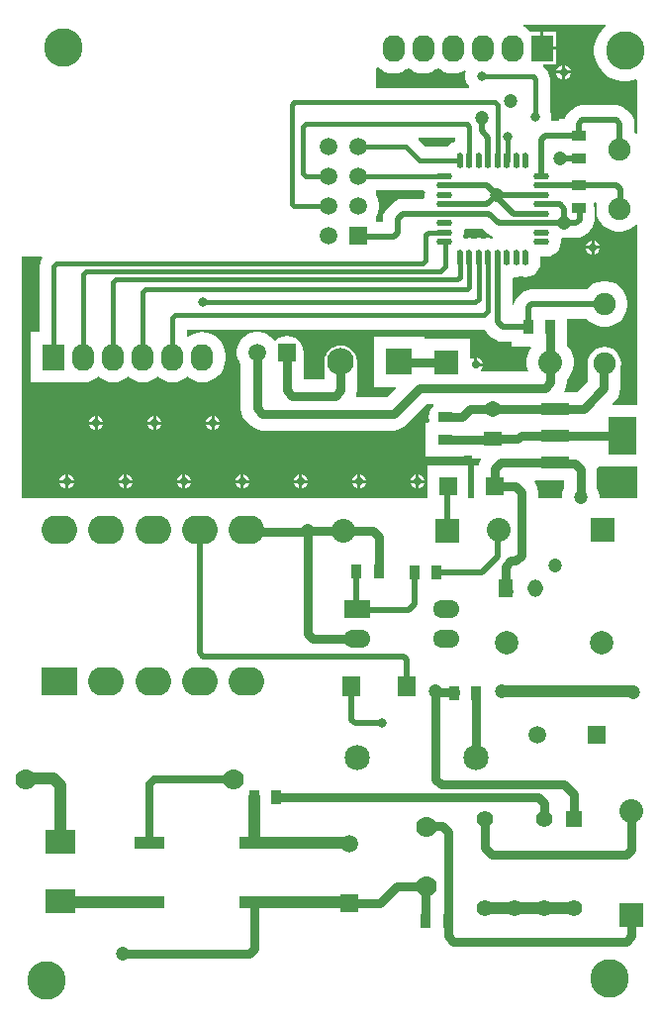
<source format=gtl>
G04*
G04 #@! TF.GenerationSoftware,Altium Limited,Altium Designer,21.0.9 (235)*
G04*
G04 Layer_Physical_Order=1*
G04 Layer_Color=255*
%FSTAX24Y24*%
%MOIN*%
G70*
G04*
G04 #@! TF.SameCoordinates,7FC3A568-097F-4849-A274-7F7CC5E3089F*
G04*
G04*
G04 #@! TF.FilePolarity,Positive*
G04*
G01*
G75*
%ADD26R,0.0512X0.0354*%
%ADD27R,0.0354X0.0512*%
%ADD28R,0.0945X0.1299*%
%ADD29R,0.0945X0.0394*%
%ADD30R,0.0600X0.0600*%
%ADD31R,0.0630X0.0709*%
%ADD32R,0.0992X0.0440*%
%ADD33O,0.0531X0.0217*%
%ADD34O,0.0217X0.0531*%
%ADD69C,0.0315*%
%ADD70C,0.0157*%
%ADD71C,0.0197*%
%ADD72C,0.0394*%
%ADD73C,0.0276*%
%ADD74R,0.0906X0.0906*%
%ADD75C,0.0906*%
%ADD76O,0.0591X0.0512*%
%ADD77R,0.0591X0.0512*%
%ADD78R,0.0800X0.0800*%
%ADD79C,0.0800*%
%ADD80R,0.0512X0.0591*%
%ADD81O,0.0512X0.0591*%
%ADD82O,0.0900X0.0600*%
%ADD83R,0.0900X0.0600*%
%ADD84R,0.0591X0.0591*%
%ADD85C,0.0591*%
%ADD86C,0.0850*%
%ADD87C,0.0555*%
%ADD88R,0.0555X0.0555*%
%ADD89C,0.0700*%
%ADD90R,0.0591X0.0591*%
%ADD91C,0.1299*%
%ADD92R,0.1201X0.0965*%
%ADD93O,0.1201X0.0965*%
%ADD94C,0.0787*%
%ADD95R,0.0984X0.0787*%
%ADD96O,0.0750X0.0900*%
%ADD97R,0.0750X0.0900*%
%ADD98C,0.0750*%
%ADD99R,0.0800X0.0800*%
%ADD100C,0.0276*%
%ADD101C,0.0472*%
%ADD102C,0.0315*%
G36*
X042067Y045356D02*
X0422Y045284D01*
X042345Y04524D01*
X042496Y045225D01*
X042647Y04524D01*
X042792Y045284D01*
X042925Y045356D01*
X042996Y045414D01*
X043067Y045356D01*
X0432Y045284D01*
X043345Y04524D01*
X043496Y045225D01*
X043647Y04524D01*
X043792Y045284D01*
X043925Y045356D01*
X043996Y045414D01*
X044067Y045356D01*
X0442Y045284D01*
X044345Y04524D01*
X044496Y045225D01*
X044647Y04524D01*
X044792Y045284D01*
X044906Y045345D01*
X044948Y045311D01*
X044921Y04521D01*
Y045065D01*
X044959Y044925D01*
X045031Y044799D01*
X045056Y044775D01*
X045037Y044728D01*
X041919D01*
Y045412D01*
X041969Y045436D01*
X042067Y045356D01*
D02*
G37*
G36*
X049655Y046828D02*
X049616Y0468D01*
X049499Y046684D01*
X049403Y046551D01*
X049328Y046404D01*
X049278Y046248D01*
X049252Y046086D01*
Y045922D01*
X049278Y04576D01*
X049328Y045603D01*
X049403Y045457D01*
X049499Y045324D01*
X049616Y045208D01*
X049748Y045112D01*
X049895Y045037D01*
X050051Y044986D01*
X050213Y044961D01*
X050377D01*
X05054Y044986D01*
X050665Y045027D01*
X050715Y044992D01*
X050715Y043215D01*
X050665Y043194D01*
X050614Y043244D01*
Y043546D01*
X050598Y043675D01*
X050548Y043794D01*
X050469Y043897D01*
X050354Y044012D01*
X050251Y044091D01*
X050131Y044141D01*
X050003Y044158D01*
X048855D01*
X048727Y044141D01*
X048607Y044091D01*
X048504Y044012D01*
X048389Y043897D01*
X04831Y043794D01*
X048272Y043701D01*
X048091D01*
Y043626D01*
X047847D01*
X047816Y043666D01*
X047825Y043697D01*
Y043842D01*
X047787Y043982D01*
X04777Y044013D01*
Y045046D01*
X047754Y045169D01*
X047706Y045284D01*
X04763Y045382D01*
X04754Y045473D01*
X047541Y045486D01*
X047553Y045523D01*
X047971D01*
Y046023D01*
X047496D01*
Y046073D01*
X047446D01*
Y046623D01*
X047101D01*
X047042Y046694D01*
X046925Y04679D01*
X046858Y046826D01*
X04687Y046876D01*
X04964D01*
X049655Y046828D01*
D02*
G37*
G36*
X044583Y042937D02*
X044491Y042899D01*
X044386Y042819D01*
X044356Y04278D01*
X043564D01*
X043332Y043011D01*
X043352Y043057D01*
X044583D01*
Y042937D01*
D02*
G37*
G36*
X043562Y041245D02*
X043549Y041142D01*
X04356Y041058D01*
X043516Y041008D01*
X042815D01*
X042815Y041008D01*
X042686Y040991D01*
X042567Y040942D01*
X042464Y040863D01*
X042277Y040676D01*
X042198Y040573D01*
X042148Y040453D01*
X042132Y040325D01*
Y04024D01*
X041919D01*
Y040421D01*
X041935Y040445D01*
X041987Y040571D01*
X042014Y040704D01*
Y04084D01*
X041987Y040973D01*
X041935Y041098D01*
X041919Y041122D01*
Y041295D01*
X043526D01*
X043562Y041245D01*
D02*
G37*
G36*
X049349Y040847D02*
X04933Y040749D01*
Y040598D01*
X049359Y040449D01*
X049417Y040309D01*
X049501Y040183D01*
X049608Y040076D01*
X049734Y039992D01*
X049874Y039934D01*
X050023Y039905D01*
X050174D01*
X050323Y039934D01*
X050463Y039992D01*
X050588Y040076D01*
X050665Y040152D01*
X050715Y040132D01*
X050715Y034075D01*
X049889D01*
X04987Y034121D01*
X049979Y03423D01*
X050068Y034345D01*
X050123Y034479D01*
X050142Y034623D01*
Y035324D01*
X050143Y035327D01*
X050162Y03547D01*
X050143Y035614D01*
X050088Y035748D01*
X049999Y035864D01*
X049884Y035952D01*
X04975Y036007D01*
X049606Y036026D01*
X049462Y036007D01*
X049328Y035952D01*
X049213Y035864D01*
X049193Y035843D01*
X049105Y035728D01*
X049049Y035594D01*
X04903Y03545D01*
Y034853D01*
X04867Y034493D01*
X048278D01*
X048256Y034538D01*
X048267Y034552D01*
X048322Y034686D01*
X048341Y03483D01*
Y034945D01*
X048402Y035006D01*
X048489Y035136D01*
X048549Y03528D01*
X048579Y035434D01*
Y03559D01*
X048549Y035743D01*
X048489Y035888D01*
X048402Y036018D01*
X048356Y036063D01*
Y036974D01*
X049016D01*
X049116Y036873D01*
X049242Y036789D01*
X049382Y036731D01*
X049531Y036702D01*
X049682D01*
X049831Y036731D01*
X04997Y036789D01*
X050096Y036873D01*
X050203Y03698D01*
X050288Y037106D01*
X050345Y037246D01*
X050375Y037395D01*
Y037546D01*
X050345Y037695D01*
X050288Y037835D01*
X050203Y03796D01*
X050096Y038068D01*
X04997Y038152D01*
X049831Y03821D01*
X049682Y038239D01*
X049531D01*
X049382Y03821D01*
X049242Y038152D01*
X049116Y038068D01*
X049016Y037967D01*
X047153D01*
X047024Y03795D01*
X046905Y0379D01*
X046802Y037821D01*
X046686Y037706D01*
X046608Y037603D01*
X046558Y037484D01*
X04655Y037426D01*
X0465Y037429D01*
Y038339D01*
X04655Y038383D01*
X046634Y038372D01*
X046765Y038389D01*
X046791Y0384D01*
X046818Y038389D01*
X046949Y038372D01*
X04708Y038389D01*
X047202Y038439D01*
X047307Y03852D01*
X047387Y038625D01*
X047438Y038747D01*
X047455Y038878D01*
Y039061D01*
X047638D01*
X047769Y039078D01*
X047891Y039128D01*
X047996Y039209D01*
X048076Y039314D01*
X048127Y039436D01*
X048144Y039567D01*
X048133Y03965D01*
X048177Y0397D01*
X048193D01*
X048268Y039691D01*
X048268Y039691D01*
X048654D01*
X048783Y039708D01*
X048903Y039757D01*
X049005Y039836D01*
X049121Y039951D01*
X0492Y040054D01*
X049249Y040174D01*
X049266Y040302D01*
Y040679D01*
X049249Y040808D01*
X049234Y040844D01*
X049262Y040886D01*
X049318D01*
X049349Y040847D01*
D02*
G37*
G36*
X045682Y039846D02*
X045785Y039767D01*
X045835Y039746D01*
X045846Y039703D01*
X045842Y03969D01*
X04582Y039682D01*
X045689Y039699D01*
X045558Y039682D01*
X045532Y039671D01*
X045505Y039682D01*
X045374Y039699D01*
X045243Y039682D01*
X045217Y039671D01*
X04519Y039682D01*
X045059Y039699D01*
X044928Y039682D01*
X044906Y039673D01*
X044868Y039691D01*
X04485Y039729D01*
X044859Y039751D01*
X044876Y039882D01*
X044865Y039965D01*
X044909Y040015D01*
X045513D01*
X045682Y039846D01*
D02*
G37*
G36*
X030683Y03903D02*
X030648Y038985D01*
X030601Y03887D01*
X030585Y038746D01*
Y036523D01*
X030292D01*
Y034835D01*
X03183D01*
Y034835D01*
X031864Y034861D01*
X03191Y034847D01*
X032061Y034832D01*
X032212Y034847D01*
X032357Y034891D01*
X03249Y034962D01*
X032561Y03502D01*
X032632Y034962D01*
X032765Y034891D01*
X03291Y034847D01*
X033061Y034832D01*
X033212Y034847D01*
X033357Y034891D01*
X03349Y034962D01*
X033561Y03502D01*
X033632Y034962D01*
X033765Y034891D01*
X03391Y034847D01*
X034061Y034832D01*
X034212Y034847D01*
X034357Y034891D01*
X03449Y034962D01*
X034561Y03502D01*
X034632Y034962D01*
X034765Y034891D01*
X03491Y034847D01*
X035061Y034832D01*
X035212Y034847D01*
X035357Y034891D01*
X03549Y034962D01*
X035561Y03502D01*
X035632Y034962D01*
X035765Y034891D01*
X03591Y034847D01*
X036061Y034832D01*
X036212Y034847D01*
X036357Y034891D01*
X03649Y034962D01*
X036607Y035058D01*
X036703Y035175D01*
X036775Y035309D01*
X036819Y035453D01*
X036833Y035604D01*
Y035754D01*
X036819Y035905D01*
X036775Y03605D01*
X036703Y036183D01*
X036607Y0363D01*
X03649Y036396D01*
X036357Y036468D01*
X036212Y036512D01*
X036061Y036527D01*
X03591Y036512D01*
X035765Y036468D01*
X035632Y036396D01*
X035588Y03636D01*
X035538Y036384D01*
Y03661D01*
X045551D01*
X045578Y036614D01*
X045653Y036516D01*
X045827Y036342D01*
X045827Y036342D01*
X04593Y036263D01*
X04605Y036213D01*
X046178Y036197D01*
X046178Y036197D01*
X046467D01*
Y036043D01*
X047126D01*
X047153Y035993D01*
X047082Y035888D01*
X047022Y035743D01*
X046992Y03559D01*
Y035434D01*
X047022Y03528D01*
X047038Y035243D01*
X04701Y035202D01*
X045451D01*
X04543Y035252D01*
X045477Y035298D01*
X045512Y035383D01*
X045276D01*
Y035433D01*
X045226D01*
Y03567D01*
X045141Y035635D01*
X045125Y035619D01*
X045079Y035638D01*
Y036306D01*
X043533D01*
Y036368D01*
X041841D01*
Y034675D01*
X042564D01*
X042583Y034629D01*
X04228Y034326D01*
X041268D01*
X041241Y034376D01*
X041255Y034411D01*
X041274Y034555D01*
Y035522D01*
X041271Y035546D01*
Y035594D01*
X041259Y035641D01*
X041255Y035666D01*
X041246Y035688D01*
X041234Y035735D01*
X041209Y035777D01*
X0412Y0358D01*
X041185Y035819D01*
X041161Y035861D01*
X041126Y035895D01*
X041112Y035915D01*
X041092Y03593D01*
X041058Y035964D01*
X041016Y035988D01*
X040996Y036003D01*
X040974Y036012D01*
X040932Y036037D01*
X040885Y036049D01*
X040862Y036059D01*
X040838Y036062D01*
X040791Y036074D01*
X040743D01*
X040718Y036078D01*
X040694Y036074D01*
X040646D01*
X040599Y036062D01*
X040575Y036059D01*
X040552Y036049D01*
X040505Y036037D01*
X040463Y036012D01*
X040441Y036003D01*
X040421Y035988D01*
X040379Y035964D01*
X040345Y03593D01*
X040325Y035915D01*
X040311Y035895D01*
X040276Y035861D01*
X040252Y035819D01*
X040237Y0358D01*
X040228Y035777D01*
X040203Y035735D01*
X040191Y035688D01*
X040182Y035666D01*
X040178Y035641D01*
X040166Y035594D01*
Y035546D01*
X040163Y035522D01*
Y034926D01*
X039463D01*
Y035846D01*
X039444Y03599D01*
X039389Y036124D01*
X039303Y036237D01*
Y036242D01*
X039298D01*
X039185Y036328D01*
X039051Y036383D01*
X038907Y036402D01*
X038764Y036383D01*
X03863Y036328D01*
X038527Y036249D01*
X038478Y036248D01*
X038466Y036251D01*
X038443Y036286D01*
X038347Y036382D01*
X038234Y036457D01*
X038108Y036509D01*
X037975Y036535D01*
X03784D01*
X037707Y036509D01*
X037581Y036457D01*
X037468Y036382D01*
X037372Y036286D01*
X037297Y036173D01*
X037245Y036047D01*
X037218Y035914D01*
Y035779D01*
X037245Y035645D01*
X037297Y03552D01*
X037352Y035438D01*
Y033954D01*
X03737Y03381D01*
X037426Y033676D01*
X037514Y033561D01*
X037699Y033377D01*
X037814Y033288D01*
X037948Y033233D01*
X038092Y033214D01*
X04251D01*
X042654Y033233D01*
X042788Y033288D01*
X042903Y033377D01*
X043616Y03409D01*
X043834D01*
X043836Y034082D01*
X043845Y03404D01*
X043761Y03393D01*
X043705Y033795D01*
X043686Y033652D01*
X043703Y033524D01*
X043671Y033474D01*
X043593D01*
Y032333D01*
X044892D01*
Y032357D01*
X045148D01*
Y032274D01*
X045429D01*
X045451Y032229D01*
X045444Y032219D01*
X045388Y032085D01*
X04538Y032022D01*
X045207D01*
Y030945D01*
X045024D01*
Y032032D01*
X043637D01*
Y030945D01*
X029984D01*
Y039075D01*
X030661D01*
X030683Y03903D01*
D02*
G37*
G36*
X050715Y030945D02*
X049429D01*
Y031027D01*
X049405Y031148D01*
X049357Y031263D01*
X049355Y031266D01*
Y031916D01*
X049352Y031938D01*
X049396Y031988D01*
X050715D01*
Y030945D01*
D02*
G37*
G36*
X048243Y031266D02*
X048241Y031263D01*
X048193Y031148D01*
X048169Y031027D01*
Y030945D01*
X047367D01*
Y031144D01*
X047348Y031288D01*
X047292Y031422D01*
X04724Y031491D01*
X047262Y031535D01*
X048243D01*
Y031266D01*
D02*
G37*
%LPC*%
G36*
X047971Y046623D02*
X047546D01*
Y046123D01*
X047971D01*
Y046623D01*
D02*
G37*
G36*
X048278Y045512D02*
Y045326D01*
X048465D01*
X04843Y04541D01*
X048363Y045477D01*
X048278Y045512D01*
D02*
G37*
G36*
X048178D02*
X048094Y045477D01*
X048027Y04541D01*
X047992Y045326D01*
X048178D01*
Y045512D01*
D02*
G37*
G36*
X048465Y045226D02*
X048278D01*
Y045039D01*
X048363Y045074D01*
X04843Y045141D01*
X048465Y045226D01*
D02*
G37*
G36*
X048178D02*
X047992D01*
X048027Y045141D01*
X048094Y045074D01*
X048178Y045039D01*
Y045226D01*
D02*
G37*
G36*
X049263Y039607D02*
Y03942D01*
X049449D01*
X049414Y039505D01*
X049347Y039572D01*
X049263Y039607D01*
D02*
G37*
G36*
X049163D02*
X049078Y039572D01*
X049011Y039505D01*
X048976Y03942D01*
X049163D01*
Y039607D01*
D02*
G37*
G36*
X049449Y03932D02*
X049263D01*
Y039133D01*
X049347Y039168D01*
X049414Y039235D01*
X049449Y03932D01*
D02*
G37*
G36*
X049163D02*
X048976D01*
X049011Y039235D01*
X049078Y039168D01*
X049163Y039133D01*
Y03932D01*
D02*
G37*
G36*
X045326Y03567D02*
Y035483D01*
X045512D01*
X045477Y035568D01*
X04541Y035635D01*
X045326Y03567D01*
D02*
G37*
G36*
X036467Y033701D02*
Y033515D01*
X036654D01*
X036619Y033599D01*
X036552Y033666D01*
X036467Y033701D01*
D02*
G37*
G36*
X036367D02*
X036283Y033666D01*
X036216Y033599D01*
X036181Y033515D01*
X036367D01*
Y033701D01*
D02*
G37*
G36*
X034499D02*
Y033515D01*
X034685D01*
X03465Y033599D01*
X034584Y033666D01*
X034499Y033701D01*
D02*
G37*
G36*
X034399D02*
X034314Y033666D01*
X034247Y033599D01*
X034212Y033515D01*
X034399D01*
Y033701D01*
D02*
G37*
G36*
X03253D02*
Y033515D01*
X032717D01*
X032682Y033599D01*
X032615Y033666D01*
X03253Y033701D01*
D02*
G37*
G36*
X03243D02*
X032346Y033666D01*
X032279Y033599D01*
X032244Y033515D01*
X03243D01*
Y033701D01*
D02*
G37*
G36*
X036654Y033415D02*
X036467D01*
Y033228D01*
X036552Y033263D01*
X036619Y03333D01*
X036654Y033415D01*
D02*
G37*
G36*
X036367D02*
X036181D01*
X036216Y03333D01*
X036283Y033263D01*
X036367Y033228D01*
Y033415D01*
D02*
G37*
G36*
X034685D02*
X034499D01*
Y033228D01*
X034584Y033263D01*
X03465Y03333D01*
X034685Y033415D01*
D02*
G37*
G36*
X034399D02*
X034212D01*
X034247Y03333D01*
X034314Y033263D01*
X034399Y033228D01*
Y033415D01*
D02*
G37*
G36*
X032717D02*
X03253D01*
Y033228D01*
X032615Y033263D01*
X032682Y03333D01*
X032717Y033415D01*
D02*
G37*
G36*
X03243D02*
X032244D01*
X032279Y03333D01*
X032346Y033263D01*
X03243Y033228D01*
Y033415D01*
D02*
G37*
G36*
X043357Y031733D02*
Y031546D01*
X043544D01*
X043509Y031631D01*
X043442Y031698D01*
X043357Y031733D01*
D02*
G37*
G36*
X043257D02*
X043172Y031698D01*
X043106Y031631D01*
X04307Y031546D01*
X043257D01*
Y031733D01*
D02*
G37*
G36*
X041389D02*
Y031546D01*
X041575D01*
X04154Y031631D01*
X041473Y031698D01*
X041389Y031733D01*
D02*
G37*
G36*
X041289D02*
X041204Y031698D01*
X041137Y031631D01*
X041102Y031546D01*
X041289D01*
Y031733D01*
D02*
G37*
G36*
X03942D02*
Y031546D01*
X039607D01*
X039572Y031631D01*
X039505Y031698D01*
X03942Y031733D01*
D02*
G37*
G36*
X03932D02*
X039235Y031698D01*
X039168Y031631D01*
X039133Y031546D01*
X03932D01*
Y031733D01*
D02*
G37*
G36*
X037452D02*
Y031546D01*
X037638D01*
X037603Y031631D01*
X037536Y031698D01*
X037452Y031733D01*
D02*
G37*
G36*
X037352D02*
X037267Y031698D01*
X0372Y031631D01*
X037165Y031546D01*
X037352D01*
Y031733D01*
D02*
G37*
G36*
X035483D02*
Y031546D01*
X03567D01*
X035635Y031631D01*
X035568Y031698D01*
X035483Y031733D01*
D02*
G37*
G36*
X035383D02*
X035298Y031698D01*
X035231Y031631D01*
X035196Y031546D01*
X035383D01*
Y031733D01*
D02*
G37*
G36*
X033515D02*
Y031546D01*
X033701D01*
X033666Y031631D01*
X033599Y031698D01*
X033515Y031733D01*
D02*
G37*
G36*
X033415D02*
X03333Y031698D01*
X033263Y031631D01*
X033228Y031546D01*
X033415D01*
Y031733D01*
D02*
G37*
G36*
X031546D02*
Y031546D01*
X031733D01*
X031698Y031631D01*
X031631Y031698D01*
X031546Y031733D01*
D02*
G37*
G36*
X031446D02*
X031361Y031698D01*
X031294Y031631D01*
X031259Y031546D01*
X031446D01*
Y031733D01*
D02*
G37*
G36*
X043544Y031446D02*
X043357D01*
Y031259D01*
X043442Y031294D01*
X043509Y031361D01*
X043544Y031446D01*
D02*
G37*
G36*
X043257D02*
X04307D01*
X043106Y031361D01*
X043172Y031294D01*
X043257Y031259D01*
Y031446D01*
D02*
G37*
G36*
X041575D02*
X041389D01*
Y031259D01*
X041473Y031294D01*
X04154Y031361D01*
X041575Y031446D01*
D02*
G37*
G36*
X041289D02*
X041102D01*
X041137Y031361D01*
X041204Y031294D01*
X041289Y031259D01*
Y031446D01*
D02*
G37*
G36*
X039607D02*
X03942D01*
Y031259D01*
X039505Y031294D01*
X039572Y031361D01*
X039607Y031446D01*
D02*
G37*
G36*
X03932D02*
X039133D01*
X039168Y031361D01*
X039235Y031294D01*
X03932Y031259D01*
Y031446D01*
D02*
G37*
G36*
X037638D02*
X037452D01*
Y031259D01*
X037536Y031294D01*
X037603Y031361D01*
X037638Y031446D01*
D02*
G37*
G36*
X037352D02*
X037165D01*
X0372Y031361D01*
X037267Y031294D01*
X037352Y031259D01*
Y031446D01*
D02*
G37*
G36*
X03567D02*
X035483D01*
Y031259D01*
X035568Y031294D01*
X035635Y031361D01*
X03567Y031446D01*
D02*
G37*
G36*
X035383D02*
X035196D01*
X035231Y031361D01*
X035298Y031294D01*
X035383Y031259D01*
Y031446D01*
D02*
G37*
G36*
X033701D02*
X033515D01*
Y031259D01*
X033599Y031294D01*
X033666Y031361D01*
X033701Y031446D01*
D02*
G37*
G36*
X033415D02*
X033228D01*
X033263Y031361D01*
X03333Y031294D01*
X033415Y031259D01*
Y031446D01*
D02*
G37*
G36*
X031733D02*
X031546D01*
Y031259D01*
X031631Y031294D01*
X031698Y031361D01*
X031733Y031446D01*
D02*
G37*
G36*
X031446D02*
X031259D01*
X031294Y031361D01*
X031361Y031294D01*
X031446Y031259D01*
Y031446D01*
D02*
G37*
%LPD*%
D26*
X04874Y042382D02*
D03*
Y04313D02*
D03*
Y040709D02*
D03*
Y041457D02*
D03*
X044242Y033652D02*
D03*
Y032904D02*
D03*
D27*
X047785Y036693D02*
D03*
X047037D02*
D03*
X04126Y028455D02*
D03*
X042008D02*
D03*
X043947Y028435D02*
D03*
X043199D02*
D03*
X038553Y020866D02*
D03*
X037805D02*
D03*
X043583Y016703D02*
D03*
X044331D02*
D03*
X044528Y02437D02*
D03*
X045276D02*
D03*
D28*
X050217Y033031D02*
D03*
D29*
X047933Y032126D02*
D03*
Y033031D02*
D03*
Y033937D02*
D03*
D30*
X045901Y031329D02*
D03*
X044331Y031339D02*
D03*
D31*
X042943Y024587D02*
D03*
X041093D02*
D03*
D32*
X034273Y017337D02*
D03*
Y019337D02*
D03*
X037814D02*
D03*
Y017337D02*
D03*
D33*
X04748Y039567D02*
D03*
Y039882D02*
D03*
Y040197D02*
D03*
Y040512D02*
D03*
Y040827D02*
D03*
Y041142D02*
D03*
Y041457D02*
D03*
Y041772D02*
D03*
X044213D02*
D03*
Y041457D02*
D03*
Y041142D02*
D03*
Y040827D02*
D03*
Y040512D02*
D03*
Y040197D02*
D03*
Y039882D02*
D03*
Y039567D02*
D03*
D34*
X046949Y042303D02*
D03*
X046634D02*
D03*
X046319D02*
D03*
X046004D02*
D03*
X045689D02*
D03*
X045374D02*
D03*
X045059D02*
D03*
X044744D02*
D03*
Y039035D02*
D03*
X045059D02*
D03*
X045374D02*
D03*
X045689D02*
D03*
X046004D02*
D03*
X046319D02*
D03*
X046634D02*
D03*
X046949D02*
D03*
D69*
X038092Y03377D02*
X04251D01*
X037907Y033954D02*
X038092Y03377D01*
X037907Y033954D02*
Y035846D01*
X040817Y029833D02*
X040827Y029823D01*
X039606Y029833D02*
X040817D01*
X039596Y029843D02*
X039606Y029833D01*
X039596Y02637D02*
Y029843D01*
Y02637D02*
X039781Y026185D01*
X041272D01*
X037549Y029872D02*
X037608Y029813D01*
X039567D02*
X039596Y029843D01*
X037608Y029813D02*
X039567D01*
X038907Y034555D02*
X039092Y03437D01*
X040534D01*
X038907Y034555D02*
Y035846D01*
X047785Y03483D02*
Y035512D01*
X043386Y034646D02*
X047601D01*
X047785Y03483D01*
X04251Y03377D02*
X043386Y034646D01*
X040718Y034555D02*
Y035522D01*
X040534Y03437D02*
X040718Y034555D01*
X042692Y035517D02*
X044281D01*
X044285Y035512D01*
X042687Y035522D02*
X042692Y035517D01*
X047785Y035512D02*
Y036693D01*
X047933Y032126D02*
X047959Y0321D01*
X048615D01*
X048799Y030965D02*
Y031916D01*
X048615Y0321D02*
X048799Y031916D01*
X04611Y032126D02*
X047933D01*
X046289Y027904D02*
X046378Y027815D01*
X049586Y03545D02*
X049606Y03547D01*
X049586Y034623D02*
Y03545D01*
X047933Y033937D02*
X0489D01*
X049586Y034623D01*
X046627Y031329D02*
X046811Y031144D01*
Y029013D02*
Y031144D01*
X046627Y028829D02*
X046811Y029013D01*
X045901Y031329D02*
X046627D01*
X046449Y028829D02*
X046627D01*
X045085Y033923D02*
X045837D01*
X044813Y033652D02*
X045085Y033923D01*
X044242Y033652D02*
X044813D01*
X047926Y03393D02*
X047933Y033937D01*
X045837Y033923D02*
X045844Y03393D01*
X047926D01*
X046801Y033031D02*
X047933D01*
X046693Y032923D02*
X046801Y033031D01*
X045837Y032923D02*
X046693D01*
X044252Y032913D02*
X045827D01*
X045837Y032923D01*
X044242Y032904D02*
X044252Y032913D01*
X047933Y033031D02*
X050217D01*
X045901Y031329D02*
X045925Y031353D01*
Y031941D02*
X04611Y032126D01*
X045925Y031353D02*
Y031941D01*
X046265Y027928D02*
Y028644D01*
X046449Y028829D01*
X046265Y027928D02*
X046289Y027904D01*
X042008Y028455D02*
Y029628D01*
X040827Y029823D02*
X041814D01*
X042008Y029628D01*
X043942Y024404D02*
X044508D01*
X044528Y024334D02*
Y02437D01*
X044508Y024315D02*
X044528Y024334D01*
X043927Y021484D02*
Y024404D01*
X045817Y018927D02*
X050337D01*
X050522Y019112D01*
Y020409D01*
X045579Y019165D02*
Y020128D01*
Y019165D02*
X045817Y018927D01*
X045276Y022205D02*
Y02437D01*
X045276Y022205D02*
X045276Y022205D01*
Y02437D02*
X045276Y02437D01*
X044112Y021299D02*
X048256D01*
X043927Y021484D02*
X044112Y021299D01*
X048256D02*
X048579Y020977D01*
Y020128D02*
Y020977D01*
X044331Y016188D02*
Y01971D01*
Y016188D02*
X044515Y016004D01*
X050337D02*
X050522Y016188D01*
Y016909D01*
X044515Y016004D02*
X050337D01*
X047579Y020128D02*
Y020682D01*
X047394Y020866D02*
X047579Y020682D01*
X038553Y020866D02*
X047394D01*
X043583Y016703D02*
X043593Y016713D01*
Y017874D02*
X043602Y017884D01*
X043593Y016713D02*
Y017874D01*
X042051Y017317D02*
X042618Y017884D01*
X043602D01*
X041004Y017317D02*
X042051D01*
X043602Y019884D02*
X043613Y019895D01*
X044146D02*
X044331Y01971D01*
X043613Y019895D02*
X044146D01*
X033366Y015591D02*
X037653D01*
X037814Y015752D02*
Y017337D01*
X037653Y015591D02*
X037814Y015752D01*
D70*
X045551Y037087D02*
X045689Y037224D01*
X035153Y037087D02*
X045551D01*
X045689Y037224D02*
Y039035D01*
X045374Y037648D02*
Y039035D01*
X045246Y03752D02*
X045374Y037648D01*
X036063Y03752D02*
X045246D01*
X043573Y038931D02*
Y03979D01*
X043481Y038839D02*
X043573Y038931D01*
X031153Y038839D02*
X043481D01*
X045472Y045138D02*
X047201D01*
X047293Y043789D02*
Y045046D01*
X047201Y045138D02*
X047293Y045046D01*
X047274Y04377D02*
X047293Y043789D01*
X039065Y04085D02*
Y04416D01*
X039157Y044252D01*
X045912D02*
X046004Y04416D01*
X039157Y044252D02*
X045912D01*
X046004Y042303D02*
Y04416D01*
X046329Y042313D02*
Y043081D01*
X046358Y04311D01*
X046319Y042303D02*
X046329Y042313D01*
X039065Y04085D02*
X039157Y040758D01*
X040311D01*
X039439Y04187D02*
Y043441D01*
X039531Y043533D01*
X044967D02*
X045059Y043441D01*
Y042303D02*
Y043441D01*
X039531Y043533D02*
X044967D01*
X040311Y040758D02*
X040325Y040772D01*
X039537Y041772D02*
X040325D01*
X039439Y04187D02*
X039537Y041772D01*
X041325D02*
X041325Y041772D01*
X044213D01*
X042898Y042772D02*
X043366Y042303D01*
X044744D01*
X041325Y042772D02*
X042898D01*
X035061Y035679D02*
Y036994D01*
X035153Y037087D01*
X034061Y035679D02*
Y037861D01*
X034153Y037953D02*
X044967D01*
X034061Y037861D02*
X034153Y037953D01*
X033061Y038195D02*
X033153Y038287D01*
X033061Y035679D02*
Y038195D01*
X033153Y038287D02*
X044641D01*
X032061Y038471D02*
X032153Y038563D01*
X044071D02*
X044232Y038724D01*
X032061Y035679D02*
Y038471D01*
X032153Y038563D02*
X044071D01*
X044232Y038724D02*
Y039547D01*
X031061Y035679D02*
Y038746D01*
X031153Y038839D01*
X043573Y03979D02*
X043665Y039882D01*
X044213D01*
X044641Y038287D02*
X044733Y03838D01*
Y039024D01*
X045059Y038045D02*
Y039035D01*
X044967Y037953D02*
X045059Y038045D01*
X044213Y039567D02*
X044232Y039547D01*
X044733Y039024D02*
X044744Y039035D01*
D71*
X035974Y025726D02*
Y029872D01*
X03609Y02561D02*
X042828D01*
X035974Y025726D02*
X03609Y02561D01*
X042828D02*
X042943Y025495D01*
Y024587D02*
Y025495D01*
X045463Y043287D02*
Y04373D01*
Y043287D02*
X045689Y043061D01*
Y042303D02*
Y043061D01*
X042628Y039859D02*
Y040325D01*
X042513Y039744D02*
X042628Y039859D01*
X041325Y039772D02*
X041352Y039744D01*
X042513D01*
X042628Y040325D02*
X042815Y040512D01*
X044213D01*
X04874Y040709D02*
X04877Y040679D01*
X048654Y040187D02*
X04877Y040302D01*
X048268Y040187D02*
X048654D01*
X04877Y040302D02*
Y040679D01*
X048258Y040197D02*
X048268Y040187D01*
X048114Y040827D02*
X048258Y040683D01*
X04748Y040827D02*
X048114D01*
X048258Y040197D02*
Y040683D01*
X046033Y040197D02*
X04748D01*
X048258D01*
X04812Y042372D02*
X04873D01*
X04811Y042362D02*
X04812Y042372D01*
X04873D02*
X04874Y042382D01*
X046545Y040512D02*
X04748D01*
X045974Y041083D02*
X046545Y040512D01*
X045974Y041083D02*
Y041142D01*
X045718Y040512D02*
X046033Y040197D01*
X044213Y040512D02*
X045718D01*
X045659Y041457D02*
X045974Y041142D01*
X044213Y041457D02*
X045659D01*
X045974Y041142D02*
X045974Y041142D01*
X04748D01*
X044213Y040827D02*
X045659D01*
X045974Y041142D01*
X04874Y041457D02*
X04874Y041457D01*
X04748Y041457D02*
X04874D01*
X047605Y04313D02*
X04874D01*
X047489Y041781D02*
Y043015D01*
X047605Y04313D01*
X04748Y041772D02*
X047489Y041781D01*
X050098Y042673D02*
X050118Y042693D01*
Y043546D01*
X048855Y043661D02*
X050003D01*
X050118Y043546D01*
X04874D02*
X048855Y043661D01*
X04874Y04313D02*
Y043546D01*
X050098Y040673D02*
X050128Y040703D01*
X04874Y041457D02*
X050013D01*
X050128Y040703D02*
Y041341D01*
X050013Y041457D02*
X050128Y041341D01*
X046178Y036693D02*
X047037D01*
X046004Y036867D02*
Y039035D01*
Y036867D02*
X046178Y036693D01*
X047153Y03747D02*
X049606D01*
X047037Y036693D02*
Y037355D01*
X047153Y03747D01*
X043947Y028435D02*
X045482D01*
X046011Y028964D02*
Y029846D01*
X045482Y028435D02*
X046011Y028964D01*
Y029846D02*
X046037Y029872D01*
X044327Y029823D02*
Y031335D01*
X044331Y031339D01*
X041272Y027185D02*
X041281Y027175D01*
X043022D01*
X043199Y027352D02*
Y028435D01*
X043022Y027175D02*
X043199Y027352D01*
X04126Y027197D02*
Y028455D01*
Y027197D02*
X041272Y027185D01*
X041093Y023481D02*
Y024587D01*
X041208Y023366D02*
X042106D01*
X041093Y023481D02*
X041208Y023366D01*
D72*
X046161Y024419D02*
X050571D01*
X044528Y02437D02*
Y024385D01*
X044508Y024404D02*
X044528Y024385D01*
X043927Y024419D02*
X043942Y024404D01*
X044272Y027185D02*
X044311Y027146D01*
X047579Y017128D02*
X048579D01*
X046579D02*
X047579D01*
X045579D02*
X046579D01*
X041004Y019317D02*
X04103Y019291D01*
X037814Y017337D02*
X037824Y017327D01*
X040994D01*
X041004Y017317D01*
X037824Y019327D02*
X040994D01*
X041004Y019317D01*
X037814Y019337D02*
X037824Y019327D01*
X037805Y019346D02*
Y020866D01*
X030124Y021466D02*
X030144Y021486D01*
X03128Y019356D02*
Y021256D01*
X030144Y021486D02*
X031049D01*
X03128Y021256D01*
X034263Y017346D02*
X034273Y017337D01*
X03128Y017356D02*
X031289Y017346D01*
X034263D01*
D73*
X037805Y019346D02*
X037814Y019337D01*
X034434Y021466D02*
X037124D01*
X034273Y019337D02*
Y021304D01*
X034434Y021466D01*
D74*
X042687Y035522D02*
D03*
D75*
X040718D02*
D03*
D76*
X045837Y033923D02*
D03*
D77*
Y032923D02*
D03*
D78*
X044327Y029823D02*
D03*
X049537Y029872D02*
D03*
X044285Y035512D02*
D03*
D79*
X040827Y029823D02*
D03*
X046037Y029872D02*
D03*
X047785Y035512D02*
D03*
X050522Y020409D02*
D03*
D80*
X046289Y027904D02*
D03*
D81*
X047289D02*
D03*
D82*
X044272Y027185D02*
D03*
Y026185D02*
D03*
X041272D02*
D03*
D83*
Y027185D02*
D03*
D84*
X049337Y022972D02*
D03*
X038907Y035846D02*
D03*
D85*
X047337Y022972D02*
D03*
X041004Y019317D02*
D03*
X037907Y035846D02*
D03*
X040325Y042772D02*
D03*
X041325D02*
D03*
X040325Y041772D02*
D03*
X041325D02*
D03*
X040325Y040772D02*
D03*
X041325D02*
D03*
X040325Y039772D02*
D03*
D86*
X045276Y022205D02*
D03*
X041276D02*
D03*
D87*
X045579Y020128D02*
D03*
X047579D02*
D03*
X045579Y017128D02*
D03*
X046579D02*
D03*
X047579D02*
D03*
X048579D02*
D03*
D88*
Y020128D02*
D03*
D89*
X043602Y019884D02*
D03*
Y017884D02*
D03*
X037124Y021466D02*
D03*
X030124D02*
D03*
D90*
X041004Y017317D02*
D03*
X041325Y039772D02*
D03*
D91*
X030827Y014705D02*
D03*
X050295Y046004D02*
D03*
X031378Y046112D02*
D03*
X049783Y014774D02*
D03*
D92*
X03125Y024754D02*
D03*
D93*
X032825D02*
D03*
X0344D02*
D03*
X035974D02*
D03*
X037549D02*
D03*
Y029872D02*
D03*
X035974D02*
D03*
X0344D02*
D03*
X032825D02*
D03*
X03125D02*
D03*
D94*
X049523Y026053D02*
D03*
X046323D02*
D03*
D95*
X03128Y017356D02*
D03*
Y019356D02*
D03*
D96*
X042496Y046073D02*
D03*
X044496D02*
D03*
X045496D02*
D03*
X046496D02*
D03*
X043496D02*
D03*
X036061Y035679D02*
D03*
X034061D02*
D03*
X033061D02*
D03*
X032061D02*
D03*
X035061D02*
D03*
D97*
X047496Y046073D02*
D03*
X031061Y035679D02*
D03*
D98*
X050098Y042673D02*
D03*
Y040673D02*
D03*
X049606Y03547D02*
D03*
Y03747D02*
D03*
D99*
X050522Y016909D02*
D03*
D100*
X049213Y03937D02*
D03*
X048228Y045276D02*
D03*
X045276Y035433D02*
D03*
X043307Y031496D02*
D03*
X041339D02*
D03*
X03937D02*
D03*
X037402D02*
D03*
X036417Y033465D02*
D03*
X035433Y031496D02*
D03*
X034449Y033465D02*
D03*
X033465Y031496D02*
D03*
X03248Y033465D02*
D03*
X031496Y031496D02*
D03*
D101*
X039596Y029843D02*
D03*
X046445Y04431D02*
D03*
X045463Y04373D02*
D03*
X048258Y040197D02*
D03*
X04811Y042362D02*
D03*
X045974Y041142D02*
D03*
X048799Y030965D02*
D03*
X047943Y028661D02*
D03*
X050571Y024409D02*
D03*
X046161Y024419D02*
D03*
X043927D02*
D03*
X033366Y015591D02*
D03*
D102*
X045472Y045138D02*
D03*
X047274Y04377D02*
D03*
X046358Y04311D02*
D03*
X036063Y03752D02*
D03*
X042106Y023366D02*
D03*
M02*

</source>
